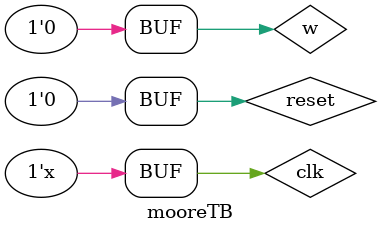
<source format=v>
`timescale 1ns / 1ps


module mooreTB();

    reg clk;
    reg w;
    reg reset;
    wire [2:0] state;
    wire z;

    moore uut(
        .w(w),
        .clk(clk),
        .reset(reset),
        .state(state),
        .z(z)
        );

    //switch clock every 50ns
    always #50 clk = ~clk;

    initial
    begin
        clk = 1'b0; //initialize clk to 0
        w = 1'b0; //initialize w to 0
        reset = 1'b0; //initialize reset to 1
        w = 1'b1; #100;
        w = 1'b0; #100;
        w = 1'b1; #100;
        w = 1'b0; #100;
        w = 1'b1; #100;
        w = 1'b0; #100;
        w = 1'b1; #100;
        w = 1'b1; #100;
        w = 1'b0; #100;
        w = 1'b1; #100;
        w = 1'b1; reset = 1'b1; #100;
        w = 1'b0; reset = 1'b0; #100;
        w = 1'b1; #100;
        w = 1'b0; #100;
        w = 1'b1; #100;
        w = 1'b0; #100;
    end

endmodule


</source>
